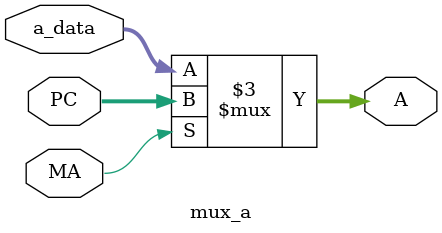
<source format=v>
`timescale 1ns / 1ps


module mux_a(PC,a_data,A,MA);
input [7:0]PC;
input [7:0]a_data;
input MA;
output reg [7:0]A;

always @ (*)
begin
	if(MA)
		A = PC;
	else
		A = a_data;
end
endmodule
</source>
